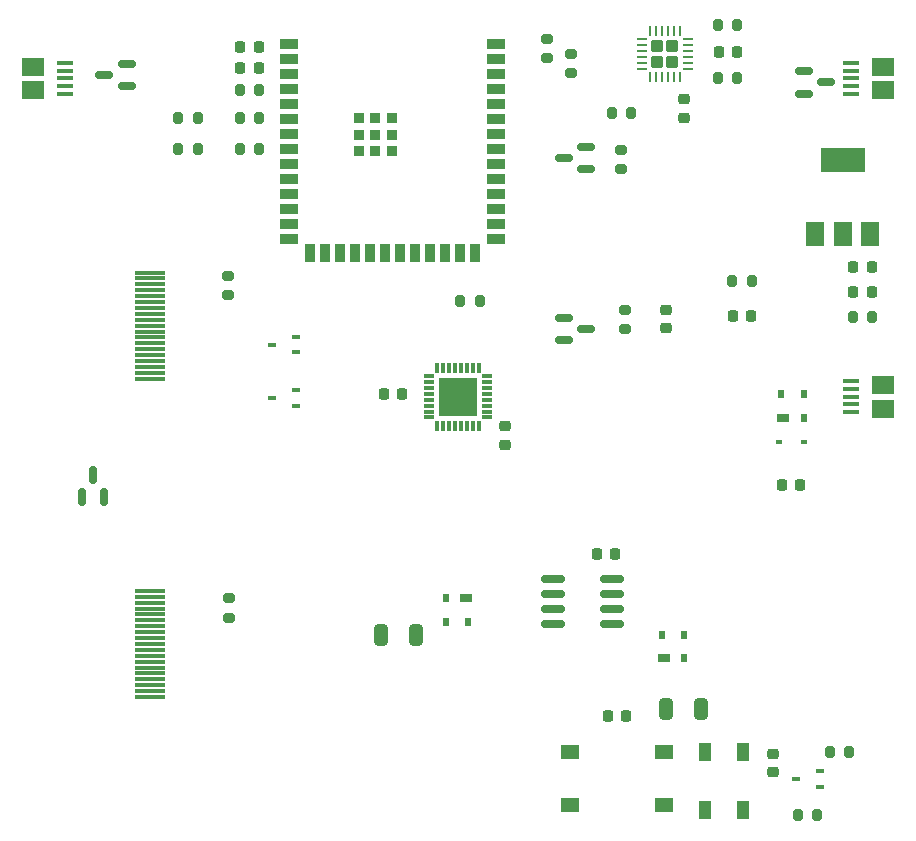
<source format=gtp>
G04 #@! TF.GenerationSoftware,KiCad,Pcbnew,(6.0.8)*
G04 #@! TF.CreationDate,2022-10-29T11:40:11-07:00*
G04 #@! TF.ProjectId,EasyKVM,45617379-4b56-44d2-9e6b-696361645f70,rev?*
G04 #@! TF.SameCoordinates,Original*
G04 #@! TF.FileFunction,Paste,Top*
G04 #@! TF.FilePolarity,Positive*
%FSLAX46Y46*%
G04 Gerber Fmt 4.6, Leading zero omitted, Abs format (unit mm)*
G04 Created by KiCad (PCBNEW (6.0.8)) date 2022-10-29 11:40:11*
%MOMM*%
%LPD*%
G01*
G04 APERTURE LIST*
G04 Aperture macros list*
%AMRoundRect*
0 Rectangle with rounded corners*
0 $1 Rounding radius*
0 $2 $3 $4 $5 $6 $7 $8 $9 X,Y pos of 4 corners*
0 Add a 4 corners polygon primitive as box body*
4,1,4,$2,$3,$4,$5,$6,$7,$8,$9,$2,$3,0*
0 Add four circle primitives for the rounded corners*
1,1,$1+$1,$2,$3*
1,1,$1+$1,$4,$5*
1,1,$1+$1,$6,$7*
1,1,$1+$1,$8,$9*
0 Add four rect primitives between the rounded corners*
20,1,$1+$1,$2,$3,$4,$5,0*
20,1,$1+$1,$4,$5,$6,$7,0*
20,1,$1+$1,$6,$7,$8,$9,0*
20,1,$1+$1,$8,$9,$2,$3,0*%
G04 Aperture macros list end*
%ADD10RoundRect,0.200000X0.200000X0.275000X-0.200000X0.275000X-0.200000X-0.275000X0.200000X-0.275000X0*%
%ADD11RoundRect,0.200000X-0.275000X0.200000X-0.275000X-0.200000X0.275000X-0.200000X0.275000X0.200000X0*%
%ADD12RoundRect,0.225000X-0.225000X-0.250000X0.225000X-0.250000X0.225000X0.250000X-0.225000X0.250000X0*%
%ADD13R,2.600000X0.300000*%
%ADD14RoundRect,0.225000X0.225000X0.250000X-0.225000X0.250000X-0.225000X-0.250000X0.225000X-0.250000X0*%
%ADD15RoundRect,0.200000X-0.200000X-0.275000X0.200000X-0.275000X0.200000X0.275000X-0.200000X0.275000X0*%
%ADD16RoundRect,0.225000X-0.250000X0.225000X-0.250000X-0.225000X0.250000X-0.225000X0.250000X0.225000X0*%
%ADD17RoundRect,0.200000X0.275000X-0.200000X0.275000X0.200000X-0.275000X0.200000X-0.275000X-0.200000X0*%
%ADD18R,1.000000X0.700000*%
%ADD19R,0.600000X0.700000*%
%ADD20R,1.350000X0.400000*%
%ADD21R,1.900000X1.500000*%
%ADD22R,0.700000X0.450000*%
%ADD23RoundRect,0.225000X0.250000X-0.225000X0.250000X0.225000X-0.250000X0.225000X-0.250000X-0.225000X0*%
%ADD24RoundRect,0.150000X-0.587500X-0.150000X0.587500X-0.150000X0.587500X0.150000X-0.587500X0.150000X0*%
%ADD25R,0.600000X0.450000*%
%ADD26R,1.500000X2.000000*%
%ADD27R,3.800000X2.000000*%
%ADD28RoundRect,0.250000X0.275000X-0.275000X0.275000X0.275000X-0.275000X0.275000X-0.275000X-0.275000X0*%
%ADD29RoundRect,0.062500X0.062500X-0.350000X0.062500X0.350000X-0.062500X0.350000X-0.062500X-0.350000X0*%
%ADD30RoundRect,0.062500X0.350000X-0.062500X0.350000X0.062500X-0.350000X0.062500X-0.350000X-0.062500X0*%
%ADD31RoundRect,0.150000X0.587500X0.150000X-0.587500X0.150000X-0.587500X-0.150000X0.587500X-0.150000X0*%
%ADD32R,0.850000X0.300000*%
%ADD33R,0.300000X0.850000*%
%ADD34R,3.200000X3.200000*%
%ADD35RoundRect,0.150000X0.150000X-0.587500X0.150000X0.587500X-0.150000X0.587500X-0.150000X-0.587500X0*%
%ADD36R,1.500000X0.900000*%
%ADD37R,0.900000X1.500000*%
%ADD38R,0.900000X0.900000*%
%ADD39R,1.550000X1.300000*%
%ADD40RoundRect,0.150000X-0.825000X-0.150000X0.825000X-0.150000X0.825000X0.150000X-0.825000X0.150000X0*%
%ADD41RoundRect,0.250000X0.325000X0.650000X-0.325000X0.650000X-0.325000X-0.650000X0.325000X-0.650000X0*%
%ADD42R,1.000000X1.500000*%
%ADD43RoundRect,0.250000X-0.325000X-0.650000X0.325000X-0.650000X0.325000X0.650000X-0.325000X0.650000X0*%
G04 APERTURE END LIST*
D10*
X166565000Y-123780000D03*
X164915000Y-123780000D03*
D11*
X145610000Y-123115000D03*
X145610000Y-124765000D03*
D12*
X158925000Y-138000000D03*
X160475000Y-138000000D03*
D13*
X105415000Y-128980000D03*
X105415000Y-128480000D03*
X105415000Y-127980000D03*
X105415000Y-127480000D03*
X105415000Y-126980000D03*
X105415000Y-126480000D03*
X105415000Y-125980000D03*
X105415000Y-125480000D03*
X105415000Y-124980000D03*
X105415000Y-124480000D03*
X105415000Y-123980000D03*
X105415000Y-123480000D03*
X105415000Y-122980000D03*
X105415000Y-122480000D03*
X105415000Y-121980000D03*
X105415000Y-121480000D03*
X105415000Y-120980000D03*
X105415000Y-120480000D03*
X105415000Y-119980000D03*
D10*
X164605000Y-160575000D03*
X162955000Y-160575000D03*
D14*
X145750000Y-157500000D03*
X144200000Y-157500000D03*
D15*
X144495000Y-106470000D03*
X146145000Y-106470000D03*
D16*
X135500000Y-133005000D03*
X135500000Y-134555000D03*
D12*
X143275000Y-143810000D03*
X144825000Y-143810000D03*
D17*
X112000000Y-121900000D03*
X112000000Y-120250000D03*
D18*
X159050000Y-132300000D03*
D19*
X160750000Y-132300000D03*
X160750000Y-130300000D03*
X158850000Y-130300000D03*
D10*
X109455000Y-109550000D03*
X107805000Y-109550000D03*
D20*
X164767500Y-131800000D03*
X164767500Y-131150000D03*
X164767500Y-130500000D03*
X164767500Y-129850000D03*
X164767500Y-129200000D03*
D21*
X167467500Y-129500000D03*
X167467500Y-131500000D03*
D13*
X105415000Y-155929500D03*
X105415000Y-155429500D03*
X105415000Y-154929500D03*
X105415000Y-154429500D03*
X105415000Y-153929500D03*
X105415000Y-153429500D03*
X105415000Y-152929500D03*
X105415000Y-152429500D03*
X105415000Y-151929500D03*
X105415000Y-151429500D03*
X105415000Y-150929500D03*
X105415000Y-150429500D03*
X105415000Y-149929500D03*
X105415000Y-149429500D03*
X105415000Y-148929500D03*
X105415000Y-148429500D03*
X105415000Y-147929500D03*
X105415000Y-147429500D03*
X105415000Y-146929500D03*
D15*
X107805000Y-106910000D03*
X109455000Y-106910000D03*
D20*
X98212500Y-102250000D03*
X98212500Y-102900000D03*
X98212500Y-103550000D03*
X98212500Y-104200000D03*
X98212500Y-104850000D03*
D21*
X95512500Y-102550000D03*
X95512500Y-104550000D03*
D22*
X117770000Y-131260000D03*
X117770000Y-129960000D03*
X115770000Y-130610000D03*
D12*
X153555000Y-101290000D03*
X155105000Y-101290000D03*
D23*
X149080000Y-124715000D03*
X149080000Y-123165000D03*
D17*
X139060000Y-101855000D03*
X139060000Y-100205000D03*
D14*
X114615000Y-100890000D03*
X113065000Y-100890000D03*
D10*
X155155000Y-103540000D03*
X153505000Y-103540000D03*
D15*
X113015000Y-106890000D03*
X114665000Y-106890000D03*
D18*
X148950000Y-152640000D03*
D19*
X150650000Y-152640000D03*
X150650000Y-150640000D03*
X148750000Y-150640000D03*
D24*
X140472500Y-123800000D03*
X140472500Y-125700000D03*
X142347500Y-124750000D03*
D15*
X160245000Y-165940000D03*
X161895000Y-165940000D03*
X131685000Y-122420000D03*
X133335000Y-122420000D03*
D25*
X158650000Y-134300000D03*
X160750000Y-134300000D03*
D26*
X161750000Y-116740000D03*
D27*
X164050000Y-110440000D03*
D26*
X164050000Y-116740000D03*
X166350000Y-116740000D03*
D23*
X158150000Y-162295000D03*
X158150000Y-160745000D03*
D22*
X162130000Y-163510000D03*
X162130000Y-162210000D03*
X160130000Y-162860000D03*
X117770000Y-126750000D03*
X117770000Y-125450000D03*
X115770000Y-126100000D03*
D17*
X112090000Y-149210000D03*
X112090000Y-147560000D03*
D20*
X164767500Y-104850000D03*
X164767500Y-104200000D03*
X164767500Y-103550000D03*
X164767500Y-102900000D03*
X164767500Y-102250000D03*
D21*
X167467500Y-104550000D03*
X167467500Y-102550000D03*
D15*
X113015000Y-109550000D03*
X114665000Y-109550000D03*
D12*
X125225000Y-130250000D03*
X126775000Y-130250000D03*
X164965000Y-121635000D03*
X166515000Y-121635000D03*
D17*
X141040000Y-103130000D03*
X141040000Y-101480000D03*
D28*
X149650000Y-102130000D03*
X148350000Y-100830000D03*
X149650000Y-100830000D03*
X148350000Y-102130000D03*
D29*
X147750000Y-103417500D03*
X148250000Y-103417500D03*
X148750000Y-103417500D03*
X149250000Y-103417500D03*
X149750000Y-103417500D03*
X150250000Y-103417500D03*
D30*
X150937500Y-102730000D03*
X150937500Y-102230000D03*
X150937500Y-101730000D03*
X150937500Y-101230000D03*
X150937500Y-100730000D03*
X150937500Y-100230000D03*
D29*
X150250000Y-99542500D03*
X149750000Y-99542500D03*
X149250000Y-99542500D03*
X148750000Y-99542500D03*
X148250000Y-99542500D03*
X147750000Y-99542500D03*
D30*
X147062500Y-100230000D03*
X147062500Y-100730000D03*
X147062500Y-101230000D03*
X147062500Y-101730000D03*
X147062500Y-102230000D03*
X147062500Y-102730000D03*
D31*
X103437500Y-104200000D03*
X103437500Y-102300000D03*
X101562500Y-103250000D03*
D32*
X133950000Y-132250000D03*
X133950000Y-131750000D03*
X133950000Y-131250000D03*
X133950000Y-130750000D03*
X133950000Y-130250000D03*
X133950000Y-129750000D03*
X133950000Y-129250000D03*
X133950000Y-128750000D03*
D33*
X133250000Y-128050000D03*
X132750000Y-128050000D03*
X132250000Y-128050000D03*
X131750000Y-128050000D03*
X131250000Y-128050000D03*
X130750000Y-128050000D03*
X130250000Y-128050000D03*
X129750000Y-128050000D03*
D32*
X129050000Y-128750000D03*
X129050000Y-129250000D03*
X129050000Y-129750000D03*
X129050000Y-130250000D03*
X129050000Y-130750000D03*
X129050000Y-131250000D03*
X129050000Y-131750000D03*
X129050000Y-132250000D03*
D33*
X129750000Y-132950000D03*
X130250000Y-132950000D03*
X130750000Y-132950000D03*
X131250000Y-132950000D03*
X131750000Y-132950000D03*
X132250000Y-132950000D03*
X132750000Y-132950000D03*
X133250000Y-132950000D03*
D34*
X131500000Y-130500000D03*
D35*
X99662500Y-138967500D03*
X101562500Y-138967500D03*
X100612500Y-137092500D03*
D15*
X154705000Y-120740000D03*
X156355000Y-120740000D03*
D36*
X117225000Y-100610000D03*
X117225000Y-101880000D03*
X117225000Y-103150000D03*
X117225000Y-104420000D03*
X117225000Y-105690000D03*
X117225000Y-106960000D03*
X117225000Y-108230000D03*
X117225000Y-109500000D03*
X117225000Y-110770000D03*
X117225000Y-112040000D03*
X117225000Y-113310000D03*
X117225000Y-114580000D03*
X117225000Y-115850000D03*
X117225000Y-117120000D03*
D37*
X118990000Y-118370000D03*
X120260000Y-118370000D03*
X121530000Y-118370000D03*
X122800000Y-118370000D03*
X124070000Y-118370000D03*
X125340000Y-118370000D03*
X126610000Y-118370000D03*
X127880000Y-118370000D03*
X129150000Y-118370000D03*
X130420000Y-118370000D03*
X131690000Y-118370000D03*
X132960000Y-118370000D03*
D36*
X134725000Y-117120000D03*
X134725000Y-115850000D03*
X134725000Y-114580000D03*
X134725000Y-113310000D03*
X134725000Y-112040000D03*
X134725000Y-110770000D03*
X134725000Y-109500000D03*
X134725000Y-108230000D03*
X134725000Y-106960000D03*
X134725000Y-105690000D03*
X134725000Y-104420000D03*
X134725000Y-103150000D03*
X134725000Y-101880000D03*
X134725000Y-100610000D03*
D38*
X124475000Y-108330000D03*
X124475000Y-106930000D03*
X125875000Y-109730000D03*
X124475000Y-109730000D03*
X123075000Y-108330000D03*
X123075000Y-106930000D03*
X125875000Y-108330000D03*
X123075000Y-109730000D03*
X125875000Y-106930000D03*
D39*
X141000000Y-165050000D03*
X148950000Y-165050000D03*
X148950000Y-160550000D03*
X141000000Y-160550000D03*
D14*
X114615000Y-102640000D03*
X113065000Y-102640000D03*
D24*
X160762500Y-102925000D03*
X160762500Y-104825000D03*
X162637500Y-103875000D03*
D15*
X113015000Y-104520000D03*
X114665000Y-104520000D03*
D10*
X155155000Y-99040000D03*
X153505000Y-99040000D03*
D40*
X139575000Y-145955000D03*
X139575000Y-147225000D03*
X139575000Y-148495000D03*
X139575000Y-149765000D03*
X144525000Y-149765000D03*
X144525000Y-148495000D03*
X144525000Y-147225000D03*
X144525000Y-145955000D03*
D31*
X142347500Y-111215000D03*
X142347500Y-109315000D03*
X140472500Y-110265000D03*
D41*
X127925000Y-150650000D03*
X124975000Y-150650000D03*
D11*
X145320000Y-109565000D03*
X145320000Y-111215000D03*
D42*
X152405000Y-165450000D03*
X155605000Y-165450000D03*
X155605000Y-160550000D03*
X152405000Y-160550000D03*
D14*
X156305000Y-123680000D03*
X154755000Y-123680000D03*
D18*
X132175000Y-147540000D03*
D19*
X130475000Y-147540000D03*
X130475000Y-149540000D03*
X132375000Y-149540000D03*
D12*
X164965000Y-119490000D03*
X166515000Y-119490000D03*
D16*
X150600000Y-105325000D03*
X150600000Y-106875000D03*
D43*
X149100000Y-156970000D03*
X152050000Y-156970000D03*
M02*

</source>
